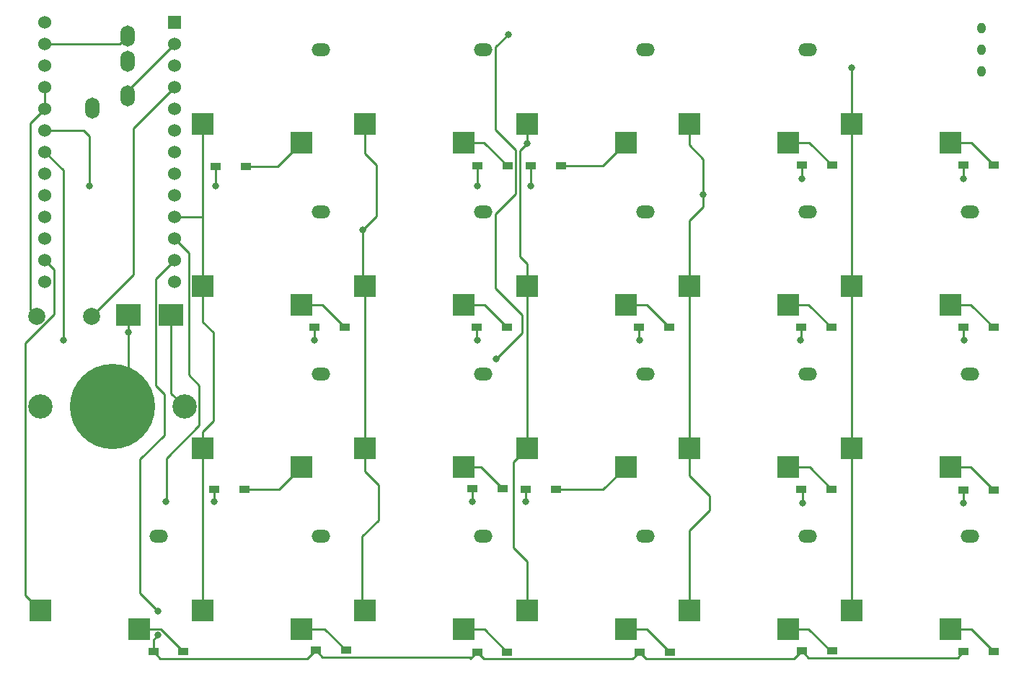
<source format=gbr>
%TF.GenerationSoftware,KiCad,Pcbnew,7.0.8*%
%TF.CreationDate,2024-10-11T08:25:21+09:00*%
%TF.ProjectId,cool642r,636f6f6c-3634-4327-922e-6b696361645f,rev?*%
%TF.SameCoordinates,Original*%
%TF.FileFunction,Copper,L2,Bot*%
%TF.FilePolarity,Positive*%
%FSLAX46Y46*%
G04 Gerber Fmt 4.6, Leading zero omitted, Abs format (unit mm)*
G04 Created by KiCad (PCBNEW 7.0.8) date 2024-10-11 08:25:21*
%MOMM*%
%LPD*%
G01*
G04 APERTURE LIST*
%TA.AperFunction,ComponentPad*%
%ADD10O,2.200000X1.500000*%
%TD*%
%TA.AperFunction,SMDPad,CuDef*%
%ADD11R,2.600000X2.600000*%
%TD*%
%TA.AperFunction,ComponentPad*%
%ADD12O,1.700000X2.500000*%
%TD*%
%TA.AperFunction,SMDPad,CuDef*%
%ADD13R,1.300000X0.950000*%
%TD*%
%TA.AperFunction,ComponentPad*%
%ADD14O,1.000000X1.300000*%
%TD*%
%TA.AperFunction,ComponentPad*%
%ADD15C,2.000000*%
%TD*%
%TA.AperFunction,SMDPad,CuDef*%
%ADD16R,3.000000X2.600000*%
%TD*%
%TA.AperFunction,ComponentPad*%
%ADD17C,2.850000*%
%TD*%
%TA.AperFunction,SMDPad,CuDef*%
%ADD18C,10.000000*%
%TD*%
%TA.AperFunction,ComponentPad*%
%ADD19C,1.524000*%
%TD*%
%TA.AperFunction,ComponentPad*%
%ADD20R,1.524000X1.524000*%
%TD*%
%TA.AperFunction,ViaPad*%
%ADD21C,0.800000*%
%TD*%
%TA.AperFunction,Conductor*%
%ADD22C,0.250000*%
%TD*%
G04 APERTURE END LIST*
D10*
%TO.P,SW26,*%
%TO.N,*%
X119850000Y-33100000D03*
D11*
%TO.P,SW26,1,1*%
%TO.N,col5*%
X106000000Y-41800000D03*
%TO.P,SW26,2,2*%
%TO.N,Net-(D26-A)*%
X117600000Y-44000000D03*
%TD*%
D10*
%TO.P,SW38,*%
%TO.N,*%
X157950000Y-52150000D03*
D11*
%TO.P,SW38,1,1*%
%TO.N,col7*%
X144100000Y-60850000D03*
%TO.P,SW38,2,2*%
%TO.N,Net-(D38-A)*%
X155700000Y-63050000D03*
%TD*%
D12*
%TO.P,J1,A*%
%TO.N,unconnected-(J1-PadA)*%
X93020000Y-1870000D03*
%TO.P,J1,B*%
%TO.N,data*%
X97220000Y6630000D03*
%TO.P,J1,C*%
%TO.N,GND*%
X97220000Y3630000D03*
%TO.P,J1,D*%
%TO.N,VCC*%
X97220000Y-370000D03*
%TD*%
D13*
%TO.P,D10,1,K*%
%TO.N,row0*%
X195305000Y-8510000D03*
%TO.P,D10,2,A*%
%TO.N,Net-(D10-A)*%
X198855000Y-8510000D03*
%TD*%
D11*
%TO.P,SW10,1,1*%
%TO.N,col9*%
X182200000Y-3700000D03*
%TO.P,SW10,2,2*%
%TO.N,Net-(D10-A)*%
X193800000Y-5900000D03*
%TD*%
D13*
%TO.P,D19,1,K*%
%TO.N,row1*%
X176255000Y-27590000D03*
%TO.P,D19,2,A*%
%TO.N,Net-(D19-A)*%
X179805000Y-27590000D03*
%TD*%
%TO.P,D17,1,K*%
%TO.N,row1*%
X138175000Y-27600000D03*
%TO.P,D17,2,A*%
%TO.N,Net-(D17-A)*%
X141725000Y-27600000D03*
%TD*%
D10*
%TO.P,SW6,*%
%TO.N,*%
X119850000Y5000000D03*
D11*
%TO.P,SW6,1,1*%
%TO.N,col5*%
X106000000Y-3700000D03*
%TO.P,SW6,2,2*%
%TO.N,Net-(D6-A)*%
X117600000Y-5900000D03*
%TD*%
D13*
%TO.P,D20,1,K*%
%TO.N,row1*%
X195305000Y-27600000D03*
%TO.P,D20,2,A*%
%TO.N,Net-(D20-A)*%
X198855000Y-27600000D03*
%TD*%
D10*
%TO.P,SW9,*%
%TO.N,*%
X177000000Y5000000D03*
D11*
%TO.P,SW9,1,1*%
%TO.N,col8*%
X163150000Y-3700000D03*
%TO.P,SW9,2,2*%
%TO.N,Net-(D9-A)*%
X174750000Y-5900000D03*
%TD*%
D13*
%TO.P,D6,1,K*%
%TO.N,row0*%
X107510000Y-8670000D03*
%TO.P,D6,2,A*%
%TO.N,Net-(D6-A)*%
X111060000Y-8670000D03*
%TD*%
D14*
%TO.P,SW42,1,1*%
%TO.N,Net-(U2-BAT)*%
X197480000Y7510000D03*
%TO.P,SW42,2,2*%
%TO.N,BAT+*%
X197480000Y5010000D03*
%TO.P,SW42,3*%
%TO.N,N/C*%
X197480000Y2510000D03*
%TD*%
D10*
%TO.P,SW37,*%
%TO.N,*%
X138900000Y-52150000D03*
D11*
%TO.P,SW37,1,1*%
%TO.N,col6*%
X125050000Y-60850000D03*
%TO.P,SW37,2,2*%
%TO.N,Net-(D37-A)*%
X136650000Y-63050000D03*
%TD*%
D10*
%TO.P,SW7,*%
%TO.N,*%
X138900000Y5000000D03*
D11*
%TO.P,SW7,1,1*%
%TO.N,col6*%
X125050000Y-3700000D03*
%TO.P,SW7,2,2*%
%TO.N,Net-(D7-A)*%
X136650000Y-5900000D03*
%TD*%
D10*
%TO.P,SW36,*%
%TO.N,*%
X119850000Y-52150000D03*
D11*
%TO.P,SW36,1,1*%
%TO.N,col5*%
X106000000Y-60850000D03*
%TO.P,SW36,2,2*%
%TO.N,Net-(D36-A)*%
X117600000Y-63050000D03*
%TD*%
D13*
%TO.P,D26,1,K*%
%TO.N,row2*%
X107365000Y-46600000D03*
%TO.P,D26,2,A*%
%TO.N,Net-(D26-A)*%
X110915000Y-46600000D03*
%TD*%
D15*
%TO.P,SW41,1,1*%
%TO.N,Net-(U2-BOOT(RST))*%
X92990000Y-26300000D03*
%TO.P,SW41,2,2*%
%TO.N,GND*%
X86490000Y-26300000D03*
%TD*%
D13*
%TO.P,D39,1,K*%
%TO.N,row3*%
X176345000Y-65640000D03*
%TO.P,D39,2,A*%
%TO.N,Net-(D39-A)*%
X179895000Y-65640000D03*
%TD*%
%TO.P,D18,1,K*%
%TO.N,row1*%
X157225000Y-27590000D03*
%TO.P,D18,2,A*%
%TO.N,Net-(D18-A)*%
X160775000Y-27590000D03*
%TD*%
D10*
%TO.P,SW39,*%
%TO.N,*%
X177000000Y-52150000D03*
D11*
%TO.P,SW39,1,1*%
%TO.N,col8*%
X163150000Y-60850000D03*
%TO.P,SW39,2,2*%
%TO.N,Net-(D39-A)*%
X174750000Y-63050000D03*
%TD*%
D10*
%TO.P,SW20,*%
%TO.N,*%
X196050000Y-14050000D03*
D11*
%TO.P,SW20,1,1*%
%TO.N,col9*%
X182200000Y-22750000D03*
%TO.P,SW20,2,2*%
%TO.N,Net-(D20-A)*%
X193800000Y-24950000D03*
%TD*%
D13*
%TO.P,D35,1,K*%
%TO.N,row3*%
X100205000Y-65710000D03*
%TO.P,D35,2,A*%
%TO.N,Net-(D35-A)*%
X103755000Y-65710000D03*
%TD*%
D10*
%TO.P,SW19,*%
%TO.N,*%
X177000000Y-14050000D03*
D11*
%TO.P,SW19,1,1*%
%TO.N,col8*%
X163150000Y-22750000D03*
%TO.P,SW19,2,2*%
%TO.N,Net-(D19-A)*%
X174750000Y-24950000D03*
%TD*%
D13*
%TO.P,D29,1,K*%
%TO.N,row2*%
X176315000Y-46610000D03*
%TO.P,D29,2,A*%
%TO.N,Net-(D29-A)*%
X179865000Y-46610000D03*
%TD*%
%TO.P,D38,1,K*%
%TO.N,row3*%
X157285000Y-65750000D03*
%TO.P,D38,2,A*%
%TO.N,Net-(D38-A)*%
X160835000Y-65750000D03*
%TD*%
%TO.P,D9,1,K*%
%TO.N,row0*%
X176335000Y-8580000D03*
%TO.P,D9,2,A*%
%TO.N,Net-(D9-A)*%
X179885000Y-8580000D03*
%TD*%
%TO.P,D8,1,K*%
%TO.N,row0*%
X144540000Y-8620000D03*
%TO.P,D8,2,A*%
%TO.N,Net-(D8-A)*%
X148090000Y-8620000D03*
%TD*%
%TO.P,D27,1,K*%
%TO.N,row2*%
X137690000Y-46560000D03*
%TO.P,D27,2,A*%
%TO.N,Net-(D27-A)*%
X141240000Y-46560000D03*
%TD*%
D10*
%TO.P,SW27,*%
%TO.N,*%
X138900000Y-33100000D03*
D11*
%TO.P,SW27,1,1*%
%TO.N,col6*%
X125050000Y-41800000D03*
%TO.P,SW27,2,2*%
%TO.N,Net-(D27-A)*%
X136650000Y-44000000D03*
%TD*%
D13*
%TO.P,D36,1,K*%
%TO.N,row3*%
X119265000Y-65560000D03*
%TO.P,D36,2,A*%
%TO.N,Net-(D36-A)*%
X122815000Y-65560000D03*
%TD*%
D10*
%TO.P,SW16,*%
%TO.N,*%
X119850000Y-14050000D03*
D11*
%TO.P,SW16,1,1*%
%TO.N,col5*%
X106000000Y-22750000D03*
%TO.P,SW16,2,2*%
%TO.N,Net-(D16-A)*%
X117600000Y-24950000D03*
%TD*%
D13*
%TO.P,D16,1,K*%
%TO.N,row1*%
X119105000Y-27570000D03*
%TO.P,D16,2,A*%
%TO.N,Net-(D16-A)*%
X122655000Y-27570000D03*
%TD*%
%TO.P,D37,1,K*%
%TO.N,row3*%
X138225000Y-65750000D03*
%TO.P,D37,2,A*%
%TO.N,Net-(D37-A)*%
X141775000Y-65750000D03*
%TD*%
%TO.P,D30,1,K*%
%TO.N,row2*%
X195365000Y-46700000D03*
%TO.P,D30,2,A*%
%TO.N,Net-(D30-A)*%
X198915000Y-46700000D03*
%TD*%
%TO.P,D40,1,K*%
%TO.N,row3*%
X195355000Y-65700000D03*
%TO.P,D40,2,A*%
%TO.N,Net-(D40-A)*%
X198905000Y-65700000D03*
%TD*%
D10*
%TO.P,SW29,*%
%TO.N,*%
X177000000Y-33100000D03*
D11*
%TO.P,SW29,1,1*%
%TO.N,col8*%
X163150000Y-41800000D03*
%TO.P,SW29,2,2*%
%TO.N,Net-(D29-A)*%
X174750000Y-44000000D03*
%TD*%
D10*
%TO.P,SW8,*%
%TO.N,*%
X157950000Y5000000D03*
D11*
%TO.P,SW8,1,1*%
%TO.N,col7*%
X144100000Y-3700000D03*
%TO.P,SW8,2,2*%
%TO.N,Net-(D8-A)*%
X155700000Y-5900000D03*
%TD*%
D10*
%TO.P,SW30,*%
%TO.N,*%
X196050000Y-33100000D03*
D11*
%TO.P,SW30,1,1*%
%TO.N,col9*%
X182200000Y-41800000D03*
%TO.P,SW30,2,2*%
%TO.N,Net-(D30-A)*%
X193800000Y-44000000D03*
%TD*%
D10*
%TO.P,SW35,*%
%TO.N,*%
X100800000Y-52150000D03*
D11*
%TO.P,SW35,1,1*%
%TO.N,col4*%
X86950000Y-60850000D03*
%TO.P,SW35,2,2*%
%TO.N,Net-(D35-A)*%
X98550000Y-63050000D03*
%TD*%
D10*
%TO.P,SW18,*%
%TO.N,*%
X157950000Y-14050000D03*
D11*
%TO.P,SW18,1,1*%
%TO.N,col7*%
X144100000Y-22750000D03*
%TO.P,SW18,2,2*%
%TO.N,Net-(D18-A)*%
X155700000Y-24950000D03*
%TD*%
D13*
%TO.P,D28,1,K*%
%TO.N,row2*%
X143955000Y-46670000D03*
%TO.P,D28,2,A*%
%TO.N,Net-(D28-A)*%
X147505000Y-46670000D03*
%TD*%
D10*
%TO.P,SW40,*%
%TO.N,*%
X196050000Y-52150000D03*
D11*
%TO.P,SW40,1,1*%
%TO.N,col9*%
X182200000Y-60850000D03*
%TO.P,SW40,2,2*%
%TO.N,Net-(D40-A)*%
X193800000Y-63050000D03*
%TD*%
D10*
%TO.P,SW28,*%
%TO.N,*%
X157950000Y-33100000D03*
D11*
%TO.P,SW28,1,1*%
%TO.N,col7*%
X144100000Y-41800000D03*
%TO.P,SW28,2,2*%
%TO.N,Net-(D28-A)*%
X155700000Y-44000000D03*
%TD*%
D13*
%TO.P,D7,1,K*%
%TO.N,row0*%
X138235000Y-8640000D03*
%TO.P,D7,2,A*%
%TO.N,Net-(D7-A)*%
X141785000Y-8640000D03*
%TD*%
D10*
%TO.P,SW17,*%
%TO.N,*%
X138900000Y-14050000D03*
D11*
%TO.P,SW17,1,1*%
%TO.N,col6*%
X125050000Y-22750000D03*
%TO.P,SW17,2,2*%
%TO.N,Net-(D17-A)*%
X136650000Y-24950000D03*
%TD*%
D16*
%TO.P,C1,1*%
%TO.N,BAT+*%
X102320000Y-26150000D03*
%TO.P,C1,2*%
%TO.N,GND*%
X97320000Y-26150000D03*
%TD*%
D17*
%TO.P,BT1,1,+*%
%TO.N,BAT+*%
X86950000Y-36900000D03*
X103850000Y-36900000D03*
D18*
%TO.P,BT1,2,-*%
%TO.N,GND*%
X95400000Y-36900000D03*
%TD*%
D19*
%TO.P,U2,1,PIN1*%
%TO.N,data*%
X87497200Y5680000D03*
%TO.P,U2,2,PIN2*%
%TO.N,unconnected-(U2-PIN2-Pad2)*%
X87497200Y3140000D03*
%TO.P,U2,3,GND*%
%TO.N,GND*%
X87497200Y600000D03*
%TO.P,U2,4,GND*%
X87497200Y-1940000D03*
%TO.P,U2,5,PIN5*%
%TO.N,row0*%
X87497200Y-4480000D03*
%TO.P,U2,6,PIN6*%
%TO.N,row1*%
X87497200Y-7020000D03*
%TO.P,U2,7,PIN7*%
%TO.N,col0*%
X87497200Y-9560000D03*
%TO.P,U2,8,PIN8*%
%TO.N,col1*%
X87497200Y-12100000D03*
%TO.P,U2,9,PIN9*%
%TO.N,col2*%
X87497200Y-14640000D03*
%TO.P,U2,10,PIN10*%
%TO.N,col3*%
X87497200Y-17180000D03*
%TO.P,U2,11,PIN11*%
%TO.N,col4*%
X87497200Y-19720000D03*
%TO.P,U2,12,PIN12*%
%TO.N,unconnected-(U2-PIN12-Pad12)*%
X87497200Y-22260000D03*
%TO.P,U2,13,PIN13*%
%TO.N,unconnected-(U2-PIN13-Pad13)*%
X102717200Y-22260000D03*
%TO.P,U2,14,PIN14*%
%TO.N,row3*%
X102717200Y-19720000D03*
%TO.P,U2,15,PIN15*%
%TO.N,row2*%
X102717200Y-17180000D03*
%TO.P,U2,16,PIN16*%
%TO.N,col5*%
X102717200Y-14640000D03*
%TO.P,U2,17,PIN17*%
%TO.N,col6*%
X102717200Y-12100000D03*
%TO.P,U2,18,PIN18*%
%TO.N,col8*%
X102717200Y-9560000D03*
%TO.P,U2,19,PIN19*%
%TO.N,col7*%
X102717200Y-7020000D03*
%TO.P,U2,20,PIN20*%
%TO.N,col9*%
X102717200Y-4480000D03*
%TO.P,U2,21,+4.3V*%
%TO.N,unconnected-(U2-+4.3V-Pad21)*%
X102717200Y-1940000D03*
%TO.P,U2,22,BOOT(RST)*%
%TO.N,Net-(U2-BOOT(RST))*%
X102717200Y600000D03*
%TO.P,U2,23,GND*%
%TO.N,GND*%
X102717200Y3140000D03*
%TO.P,U2,24,+5V*%
%TO.N,VCC*%
X102717200Y5680000D03*
D20*
%TO.P,U2,25,BAT*%
%TO.N,Net-(U2-BAT)*%
X102717200Y8220000D03*
D19*
%TO.P,U2,26*%
%TO.N,N/C*%
X87497200Y8220000D03*
%TD*%
D21*
%TO.N,row2*%
X143960000Y-48080000D03*
%TO.N,row0*%
X144560000Y-11013000D03*
%TO.N,col7*%
X144090000Y-6010000D03*
%TO.N,col8*%
X164790000Y-12000000D03*
%TO.N,col6*%
X124810000Y-16160000D03*
%TO.N,row0*%
X107520000Y-11013000D03*
X138240000Y-11013000D03*
%TO.N,row2*%
X137690000Y-48080000D03*
X107370000Y-48080000D03*
%TO.N,BAT+*%
X140470000Y-31320000D03*
X141860000Y6750000D03*
%TO.N,GND*%
X97320000Y-28180000D03*
%TO.N,row0*%
X92670000Y-11013000D03*
X176390000Y-10150000D03*
X195310000Y-10150000D03*
%TO.N,row1*%
X138270000Y-29150000D03*
X89650000Y-29150000D03*
X119160000Y-29150000D03*
X157290000Y-29150000D03*
X195420000Y-29150000D03*
X176200000Y-29150000D03*
%TO.N,row2*%
X195360000Y-48260000D03*
X176420000Y-48260000D03*
X101690000Y-48080000D03*
%TO.N,row3*%
X100760000Y-60910000D03*
X100750000Y-63780000D03*
%TO.N,col9*%
X182190000Y2900000D03*
%TD*%
D22*
%TO.N,row3*%
X102717200Y-19720000D02*
X100495000Y-21942200D01*
X101520000Y-40260000D02*
X98670000Y-43110000D01*
X100495000Y-21942200D02*
X100495000Y-34466093D01*
X100495000Y-34466093D02*
X101520000Y-35491093D01*
X101520000Y-35491093D02*
X101520000Y-40260000D01*
X98670000Y-43110000D02*
X98670000Y-58820000D01*
X98670000Y-58820000D02*
X100760000Y-60910000D01*
%TO.N,col5*%
X106000000Y-14510000D02*
X106000000Y-14640000D01*
X106000000Y-3700000D02*
X106000000Y-14510000D01*
X106000000Y-14510000D02*
X106000000Y-22750000D01*
%TO.N,row2*%
X143955000Y-48075000D02*
X143960000Y-48080000D01*
X143955000Y-46670000D02*
X143955000Y-48075000D01*
%TO.N,col7*%
X144100000Y-41800000D02*
X142500000Y-43400000D01*
X142500000Y-43400000D02*
X142500000Y-53487406D01*
X142500000Y-53487406D02*
X144100000Y-55087405D01*
X144100000Y-55087405D02*
X144100000Y-60850000D01*
%TO.N,Net-(D28-A)*%
X147505000Y-46670000D02*
X153030000Y-46670000D01*
X153030000Y-46670000D02*
X155700000Y-44000000D01*
%TO.N,col8*%
X163150000Y-41800000D02*
X163150000Y-45050000D01*
X163150000Y-45050000D02*
X165520000Y-47420000D01*
X165520000Y-47420000D02*
X165520000Y-49060000D01*
X165520000Y-49060000D02*
X163150000Y-51430000D01*
X163150000Y-51430000D02*
X163150000Y-60850000D01*
%TO.N,Net-(D8-A)*%
X148090000Y-8620000D02*
X152980000Y-8620000D01*
X152980000Y-8620000D02*
X155700000Y-5900000D01*
%TO.N,row0*%
X144540000Y-8620000D02*
X144540000Y-10993000D01*
X144540000Y-10993000D02*
X144560000Y-11013000D01*
%TO.N,col7*%
X144090000Y-6010000D02*
X143220000Y-6880000D01*
X143220000Y-6880000D02*
X143220000Y-19260000D01*
X143220000Y-19260000D02*
X144100000Y-20140000D01*
%TO.N,BAT+*%
X141860000Y6750000D02*
X140420000Y5310000D01*
X140420000Y-23010000D02*
X143530000Y-26120000D01*
X140420000Y5310000D02*
X140420000Y-4410000D01*
X140420000Y-4410000D02*
X142760000Y-6750000D01*
X142760000Y-6750000D02*
X142760000Y-11960000D01*
X143530000Y-26120000D02*
X143530000Y-28260000D01*
X142760000Y-11960000D02*
X140420000Y-14300000D01*
X140420000Y-14300000D02*
X140420000Y-23010000D01*
X143530000Y-28260000D02*
X140470000Y-31320000D01*
%TO.N,col7*%
X144100000Y-3700000D02*
X144100000Y-6000000D01*
X144100000Y-6000000D02*
X144090000Y-6010000D01*
%TO.N,col8*%
X164790000Y-7820000D02*
X164790000Y-12000000D01*
X164790000Y-12000000D02*
X164790000Y-13420000D01*
X163150000Y-6180000D02*
X164790000Y-7820000D01*
X164790000Y-13420000D02*
X163150000Y-15060000D01*
X163150000Y-3700000D02*
X163150000Y-6180000D01*
X163150000Y-22750000D02*
X163150000Y-15060000D01*
%TO.N,col6*%
X125050000Y-7150000D02*
X126440000Y-8540000D01*
X126440000Y-14530000D02*
X124810000Y-16160000D01*
X125050000Y-3700000D02*
X125050000Y-7150000D01*
X126440000Y-8540000D02*
X126440000Y-14530000D01*
X124810000Y-22510000D02*
X124810000Y-16160000D01*
%TO.N,row0*%
X107510000Y-8670000D02*
X107510000Y-11003000D01*
X107510000Y-11003000D02*
X107520000Y-11013000D01*
%TO.N,Net-(D6-A)*%
X111060000Y-8670000D02*
X114830000Y-8670000D01*
X114830000Y-8670000D02*
X117600000Y-5900000D01*
%TO.N,row0*%
X138235000Y-11008000D02*
X138240000Y-11013000D01*
X138235000Y-8640000D02*
X138235000Y-11008000D01*
%TO.N,Net-(D7-A)*%
X136650000Y-5900000D02*
X139045000Y-5900000D01*
X139045000Y-5900000D02*
X141785000Y-8640000D01*
%TO.N,row2*%
X137690000Y-46560000D02*
X137690000Y-48080000D01*
X107365000Y-46600000D02*
X107365000Y-48075000D01*
X107365000Y-48075000D02*
X107370000Y-48080000D01*
%TO.N,col6*%
X125050000Y-44560000D02*
X126630000Y-46140000D01*
X125050000Y-41800000D02*
X125050000Y-44560000D01*
X124700000Y-60500000D02*
X124700000Y-52170000D01*
X126630000Y-46140000D02*
X126630000Y-50240000D01*
X126630000Y-50240000D02*
X124700000Y-52170000D01*
%TO.N,Net-(D26-A)*%
X110915000Y-46600000D02*
X115000000Y-46600000D01*
X115000000Y-46600000D02*
X117600000Y-44000000D01*
%TO.N,Net-(D27-A)*%
X136650000Y-44000000D02*
X138680000Y-44000000D01*
X138680000Y-44000000D02*
X141240000Y-46560000D01*
%TO.N,BAT+*%
X102320000Y-26150000D02*
X102320000Y-35370000D01*
X102320000Y-35370000D02*
X103850000Y-36900000D01*
%TO.N,GND*%
X97320000Y-34980000D02*
X95400000Y-36900000D01*
X85782893Y-25592893D02*
X85782893Y-3654307D01*
X85782893Y-3654307D02*
X87497200Y-1940000D01*
X97320000Y-28180000D02*
X97320000Y-34980000D01*
X87497200Y600000D02*
X87497200Y-1940000D01*
X97170000Y-26300000D02*
X97320000Y-26150000D01*
X97320000Y-26150000D02*
X97320000Y-28180000D01*
X86490000Y-26300000D02*
X85782893Y-25592893D01*
%TO.N,row0*%
X195305000Y-8510000D02*
X195305000Y-10145000D01*
X92000000Y-4480000D02*
X92670000Y-5150000D01*
X176335000Y-10095000D02*
X176390000Y-10150000D01*
X92670000Y-5150000D02*
X92670000Y-11013000D01*
X87497200Y-4480000D02*
X92000000Y-4480000D01*
X195305000Y-10145000D02*
X195310000Y-10150000D01*
X176335000Y-8580000D02*
X176335000Y-10095000D01*
%TO.N,Net-(D9-A)*%
X174750000Y-5900000D02*
X177205000Y-5900000D01*
X177205000Y-5900000D02*
X179885000Y-8580000D01*
%TO.N,Net-(D10-A)*%
X193800000Y-5900000D02*
X196245000Y-5900000D01*
X196245000Y-5900000D02*
X198855000Y-8510000D01*
%TO.N,row1*%
X89650000Y-9172800D02*
X89650000Y-29150000D01*
X119105000Y-27570000D02*
X119105000Y-29095000D01*
X195305000Y-27600000D02*
X195305000Y-29035000D01*
X195305000Y-29035000D02*
X195420000Y-29150000D01*
X138175000Y-27600000D02*
X138175000Y-29055000D01*
X119105000Y-29095000D02*
X119160000Y-29150000D01*
X138175000Y-29055000D02*
X138270000Y-29150000D01*
X157225000Y-27590000D02*
X157225000Y-29085000D01*
X87497200Y-7020000D02*
X89650000Y-9172800D01*
X176255000Y-27590000D02*
X176255000Y-29095000D01*
X176255000Y-29095000D02*
X176200000Y-29150000D01*
X157225000Y-29085000D02*
X157290000Y-29150000D01*
%TO.N,Net-(D16-A)*%
X117600000Y-24950000D02*
X120035000Y-24950000D01*
X120035000Y-24950000D02*
X122655000Y-27570000D01*
%TO.N,Net-(D17-A)*%
X136650000Y-24950000D02*
X139075000Y-24950000D01*
X139075000Y-24950000D02*
X141725000Y-27600000D01*
%TO.N,Net-(D18-A)*%
X155700000Y-24950000D02*
X158135000Y-24950000D01*
X158135000Y-24950000D02*
X160775000Y-27590000D01*
%TO.N,Net-(D19-A)*%
X174750000Y-24950000D02*
X177165000Y-24950000D01*
X177165000Y-24950000D02*
X179805000Y-27590000D01*
%TO.N,Net-(D20-A)*%
X193800000Y-24950000D02*
X196205000Y-24950000D01*
X196205000Y-24950000D02*
X198855000Y-27600000D01*
%TO.N,row2*%
X195365000Y-48255000D02*
X195360000Y-48260000D01*
X176420000Y-46715000D02*
X176315000Y-46610000D01*
X105600000Y-34420000D02*
X105600000Y-39140380D01*
X101750000Y-42990380D02*
X101750000Y-48020000D01*
X104375000Y-18837800D02*
X104375000Y-33195000D01*
X104375000Y-33195000D02*
X105600000Y-34420000D01*
X176420000Y-48260000D02*
X176420000Y-46715000D01*
X195365000Y-46700000D02*
X195365000Y-48255000D01*
X101750000Y-48020000D02*
X101690000Y-48080000D01*
X105600000Y-39140380D02*
X101750000Y-42990380D01*
X102717200Y-17180000D02*
X104375000Y-18837800D01*
%TO.N,row3*%
X177145000Y-66440000D02*
X194615000Y-66440000D01*
X120065000Y-66360000D02*
X137615000Y-66360000D01*
X175435000Y-66550000D02*
X158085000Y-66550000D01*
X139025000Y-66550000D02*
X156485000Y-66550000D01*
X137615000Y-66360000D02*
X138225000Y-65750000D01*
X119265000Y-65560000D02*
X120065000Y-66360000D01*
X100205000Y-65710000D02*
X101005000Y-66510000D01*
X176345000Y-65640000D02*
X177145000Y-66440000D01*
X118315000Y-66510000D02*
X119265000Y-65560000D01*
X158085000Y-66550000D02*
X157285000Y-65750000D01*
X194615000Y-66440000D02*
X195355000Y-65700000D01*
X100205000Y-64325000D02*
X100750000Y-63780000D01*
X176345000Y-65640000D02*
X175435000Y-66550000D01*
X156485000Y-66550000D02*
X157285000Y-65750000D01*
X101005000Y-66510000D02*
X118315000Y-66510000D01*
X138225000Y-65750000D02*
X139025000Y-66550000D01*
X100205000Y-65710000D02*
X100205000Y-64325000D01*
X137435000Y-66540000D02*
X138225000Y-65750000D01*
%TO.N,Net-(D29-A)*%
X174750000Y-44000000D02*
X177255000Y-44000000D01*
X177255000Y-44000000D02*
X179865000Y-46610000D01*
%TO.N,Net-(D30-A)*%
X193800000Y-44000000D02*
X196215000Y-44000000D01*
X196215000Y-44000000D02*
X198915000Y-46700000D01*
%TO.N,Net-(D35-A)*%
X103755000Y-65710000D02*
X101095000Y-63050000D01*
X101095000Y-63050000D02*
X98550000Y-63050000D01*
%TO.N,Net-(D36-A)*%
X120305000Y-63050000D02*
X117600000Y-63050000D01*
X122815000Y-65560000D02*
X120305000Y-63050000D01*
X117975000Y-63425000D02*
X117600000Y-63050000D01*
%TO.N,Net-(D37-A)*%
X139075000Y-63050000D02*
X141775000Y-65750000D01*
X136650000Y-63050000D02*
X139075000Y-63050000D01*
%TO.N,Net-(D38-A)*%
X158135000Y-63050000D02*
X160835000Y-65750000D01*
X155700000Y-63050000D02*
X158135000Y-63050000D01*
%TO.N,Net-(D39-A)*%
X179755000Y-65640000D02*
X177165000Y-63050000D01*
X174750000Y-63050000D02*
X177165000Y-63050000D01*
X179895000Y-65640000D02*
X179755000Y-65640000D01*
%TO.N,Net-(D40-A)*%
X196255000Y-63050000D02*
X198905000Y-65700000D01*
X193800000Y-63050000D02*
X196255000Y-63050000D01*
%TO.N,col4*%
X85200000Y-59100000D02*
X85200000Y-29463834D01*
X88584200Y-20807000D02*
X87497200Y-19720000D01*
X86950000Y-60850000D02*
X85200000Y-59100000D01*
X85200000Y-29463834D02*
X88584200Y-26079634D01*
X88584200Y-26079634D02*
X88584200Y-20807000D01*
%TO.N,col5*%
X106000000Y-60850000D02*
X106000000Y-41800000D01*
X106000000Y-41800000D02*
X106000000Y-39850000D01*
X107250000Y-38600000D02*
X107250000Y-28220000D01*
X102717200Y-14640000D02*
X106000000Y-14640000D01*
X107250000Y-28220000D02*
X106000000Y-26970000D01*
X106000000Y-26970000D02*
X106000000Y-22750000D01*
X106000000Y-39850000D02*
X107250000Y-38600000D01*
%TO.N,col6*%
X125050000Y-41800000D02*
X125050000Y-22750000D01*
X125050000Y-60850000D02*
X124700000Y-60500000D01*
X125050000Y-22750000D02*
X124810000Y-22510000D01*
%TO.N,col7*%
X144100000Y-22750000D02*
X144100000Y-41800000D01*
X144100000Y-20140000D02*
X144100000Y-22750000D01*
%TO.N,col8*%
X163150000Y-41800000D02*
X163150000Y-22750000D01*
%TO.N,col9*%
X182200000Y2890000D02*
X182200000Y-3700000D01*
X182200000Y-3700000D02*
X182200000Y-22750000D01*
X182190000Y2900000D02*
X182200000Y2890000D01*
X182200000Y-41800000D02*
X182200000Y-60850000D01*
X182200000Y-22750000D02*
X182200000Y-41800000D01*
%TO.N,Net-(U2-BOOT(RST))*%
X97910000Y-21380000D02*
X97910000Y-4207200D01*
X97910000Y-4207200D02*
X102717200Y600000D01*
X92990000Y-26300000D02*
X97910000Y-21380000D01*
%TO.N,VCC*%
X102717200Y5680000D02*
X97220000Y182800D01*
X97220000Y182800D02*
X97220000Y-370000D01*
%TO.N,data*%
X96270000Y5680000D02*
X87497200Y5680000D01*
X97220000Y6630000D02*
X96270000Y5680000D01*
%TD*%
M02*

</source>
